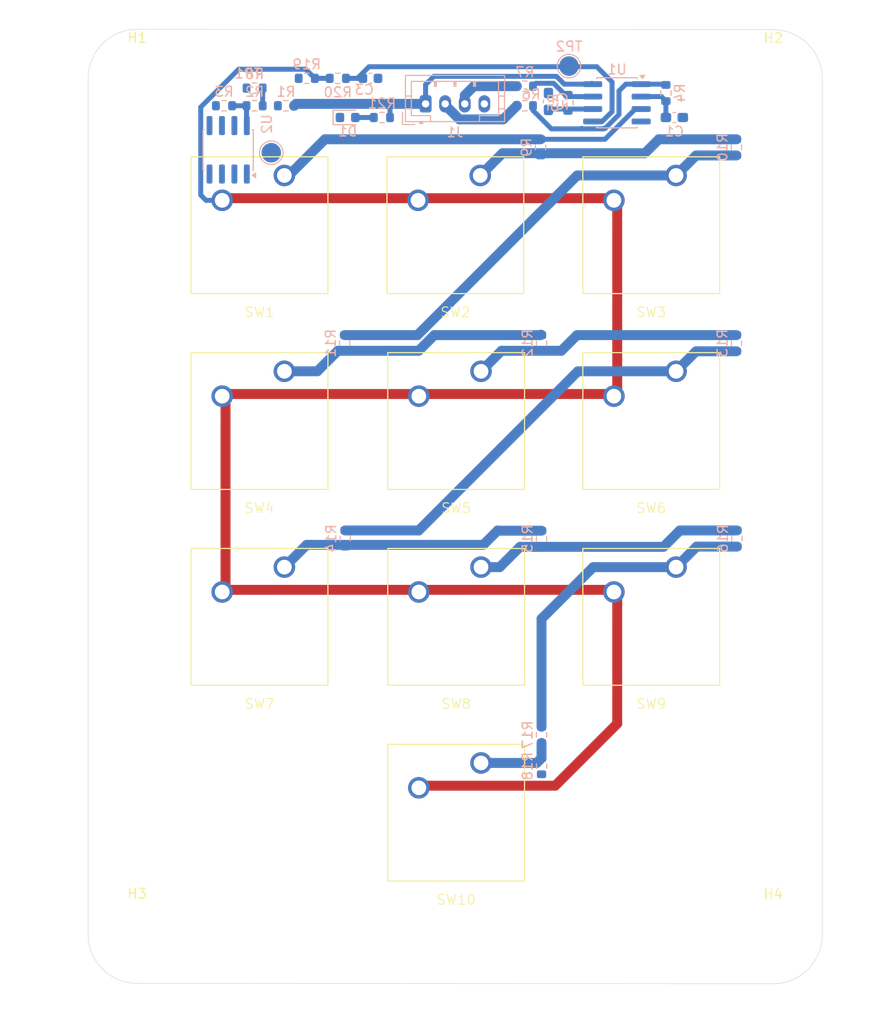
<source format=kicad_pcb>
(kicad_pcb (version 20241229) (generator "pcbnew") (generator_version "9.0")
  (layers (0 "F.Cu" signal) (2 "B.Cu" signal) (13 "F.Paste" user) (15 "B.Paste" user) (5 "F.SilkS" user "F.Silkscreen") (7 "B.SilkS" user "B.Silkscreen") (1 "F.Mask" user) (3 "B.Mask" user) (25 "Edge.Cuts" user))
  (net 0 "")
  (net 1 "GND")
  (net 2 "Net-(U1A-A-)")
  (net 3 "Net-(U1B-B-)")
  (net 4 "/NumpadOut")
  (net 5 "Net-(D1-A)")
  (net 6 "/NUMPAD_VREF")
  (net 7 "/NUMPAD_A_OUT")
  (net 8 "+5V")
  (net 9 "/3Vref")
  (net 10 "Net-(U2-REF)")
  (net 11 "Net-(U1A-OUT_A)")
  (net 12 "Net-(U1B-OUT_B)")
  (net 13 "Net-(R10-Pad1)")
  (net 14 "Net-(R10-Pad2)")
  (net 15 "Net-(R11-Pad2)")
  (net 16 "Net-(R12-Pad2)")
  (net 17 "Net-(R13-Pad2)")
  (net 18 "Net-(R14-Pad2)")
  (net 19 "Net-(R15-Pad2)")
  (net 20 "Net-(R16-Pad2)")
  (net 21 "Net-(R17-Pad2)")
  (net 22 "Net-(R19-Pad1)")
  (footprint "ComponentLib:SW_Cherry_MX_1.00u_PCB" (layer "F.Cu") (at 143.08 95)
    (property "Reference" "SW5" (at 0 8.89 0) (layer "F.SilkS") (effects (font (thickness 0.1))))
    (property "Value" "Cherry Switch Single")
    (fp_line (start -6.985 -6.985) (end 6.985 -6.985) (stroke (width 0.12)) (layer "F.SilkS"))
    (fp_line (start -6.985 6.985) (end -6.985 -6.985) (stroke (width 0.12)) (layer "F.SilkS"))
    (fp_line (start 6.985 -6.985) (end 6.985 6.985) (stroke (width 0.12)) (layer "F.SilkS"))
    (fp_line (start 6.985 6.985) (end -6.985 6.985) (stroke (width 0.12)) (layer "F.SilkS"))
    (pad "" np_thru_hole circle (at -5.08 0) (size 1.7 1.7) (drill 1.7) (layers "*.Cu" "*.Mask"))
    (pad "" np_thru_hole circle (at 0 0) (size 4 4) (drill 4) (layers "*.Cu" "*.Mask"))
    (pad "" np_thru_hole circle (at 5.08 0) (size 1.7 1.7) (drill 1.7) (layers "*.Cu" "*.Mask"))
    (pad "1" thru_hole circle (at 2.54 -5.08) (size 2.2 2.2) (drill 1.5) (layers "*.Cu" "*.Mask") (net 16 "Net-(R12-Pad2)"))
    (pad "2" thru_hole circle (at -3.81 -2.54) (size 2.2 2.2) (drill 1.5) (layers "*.Cu" "*.Mask") (net 22 "Net-(R19-Pad1)"))
  )
  (footprint "ComponentLib:SW_Cherry_MX_1.00u_PCB" (layer "F.Cu") (at 123 115)
    (property "Reference" "SW7" (at 0 8.89 0) (layer "F.SilkS") (effects (font (thickness 0.1))))
    (property "Value" "Cherry Switch Single")
    (fp_line (start -6.985 -6.985) (end 6.985 -6.985) (stroke (width 0.12)) (layer "F.SilkS"))
    (fp_line (start -6.985 6.985) (end -6.985 -6.985) (stroke (width 0.12)) (layer "F.SilkS"))
    (fp_line (start 6.985 -6.985) (end 6.985 6.985) (stroke (width 0.12)) (layer "F.SilkS"))
    (fp_line (start 6.985 6.985) (end -6.985 6.985) (stroke (width 0.12)) (layer "F.SilkS"))
    (pad "" np_thru_hole circle (at -5.08 0) (size 1.7 1.7) (drill 1.7) (layers "*.Cu" "*.Mask"))
    (pad "" np_thru_hole circle (at 0 0) (size 4 4) (drill 4) (layers "*.Cu" "*.Mask"))
    (pad "" np_thru_hole circle (at 5.08 0) (size 1.7 1.7) (drill 1.7) (layers "*.Cu" "*.Mask"))
    (pad "1" thru_hole circle (at 2.54 -5.08) (size 2.2 2.2) (drill 1.5) (layers "*.Cu" "*.Mask") (net 18 "Net-(R14-Pad2)"))
    (pad "2" thru_hole circle (at -3.81 -2.54) (size 2.2 2.2) (drill 1.5) (layers "*.Cu" "*.Mask") (net 22 "Net-(R19-Pad1)"))
  )
  (footprint "ComponentLib:SW_Cherry_MX_1.00u_PCB" (layer "F.Cu") (at 163 75)
    (property "Reference" "SW3" (at 0 8.89 0) (layer "F.SilkS") (effects (font (thickness 0.1))))
    (property "Value" "Cherry Switch Single")
    (fp_line (start -6.985 -6.985) (end 6.985 -6.985) (stroke (width 0.12)) (layer "F.SilkS"))
    (fp_line (start -6.985 6.985) (end -6.985 -6.985) (stroke (width 0.12)) (layer "F.SilkS"))
    (fp_line (start 6.985 -6.985) (end 6.985 6.985) (stroke (width 0.12)) (layer "F.SilkS"))
    (fp_line (start 6.985 6.985) (end -6.985 6.985) (stroke (width 0.12)) (layer "F.SilkS"))
    (pad "" np_thru_hole circle (at -5.08 0) (size 1.7 1.7) (drill 1.7) (layers "*.Cu" "*.Mask"))
    (pad "" np_thru_hole circle (at 0 0) (size 4 4) (drill 4) (layers "*.Cu" "*.Mask"))
    (pad "" np_thru_hole circle (at 5.08 0) (size 1.7 1.7) (drill 1.7) (layers "*.Cu" "*.Mask"))
    (pad "1" thru_hole circle (at 2.54 -5.08) (size 2.2 2.2) (drill 1.5) (layers "*.Cu" "*.Mask") (net 14 "Net-(R10-Pad2)"))
    (pad "2" thru_hole circle (at -3.81 -2.54) (size 2.2 2.2) (drill 1.5) (layers "*.Cu" "*.Mask") (net 22 "Net-(R19-Pad1)"))
  )
  (footprint "ComponentLib:SW_Cherry_MX_1.00u_PCB" (layer "F.Cu") (at 163 95)
    (property "Reference" "SW6" (at 0 8.89 0) (layer "F.SilkS") (effects (font (thickness 0.1))))
    (property "Value" "Cherry Switch Single")
    (fp_line (start -6.985 -6.985) (end 6.985 -6.985) (stroke (width 0.12)) (layer "F.SilkS"))
    (fp_line (start -6.985 6.985) (end -6.985 -6.985) (stroke (width 0.12)) (layer "F.SilkS"))
    (fp_line (start 6.985 -6.985) (end 6.985 6.985) (stroke (width 0.12)) (layer "F.SilkS"))
    (fp_line (start 6.985 6.985) (end -6.985 6.985) (stroke (width 0.12)) (layer "F.SilkS"))
    (pad "" np_thru_hole circle (at -5.08 0) (size 1.7 1.7) (drill 1.7) (layers "*.Cu" "*.Mask"))
    (pad "" np_thru_hole circle (at 0 0) (size 4 4) (drill 4) (layers "*.Cu" "*.Mask"))
    (pad "" np_thru_hole circle (at 5.08 0) (size 1.7 1.7) (drill 1.7) (layers "*.Cu" "*.Mask"))
    (pad "1" thru_hole circle (at 2.54 -5.08) (size 2.2 2.2) (drill 1.5) (layers "*.Cu" "*.Mask") (net 17 "Net-(R13-Pad2)"))
    (pad "2" thru_hole circle (at -3.81 -2.54) (size 2.2 2.2) (drill 1.5) (layers "*.Cu" "*.Mask") (net 22 "Net-(R19-Pad1)"))
  )
  (footprint "ComponentLib:SW_Cherry_MX_1.00u_PCB" (layer "F.Cu") (at 143.08 115)
    (property "Reference" "SW8" (at 0 8.89 0) (layer "F.SilkS") (effects (font (thickness 0.1))))
    (property "Value" "Cherry Switch Single")
    (fp_line (start -6.985 -6.985) (end 6.985 -6.985) (stroke (width 0.12)) (layer "F.SilkS"))
    (fp_line (start -6.985 6.985) (end -6.985 -6.985) (stroke (width 0.12)) (layer "F.SilkS"))
    (fp_line (start 6.985 -6.985) (end 6.985 6.985) (stroke (width 0.12)) (layer "F.SilkS"))
    (fp_line (start 6.985 6.985) (end -6.985 6.985) (stroke (width 0.12)) (layer "F.SilkS"))
    (pad "" np_thru_hole circle (at -5.08 0) (size 1.7 1.7) (drill 1.7) (layers "*.Cu" "*.Mask"))
    (pad "" np_thru_hole circle (at 0 0) (size 4 4) (drill 4) (layers "*.Cu" "*.Mask"))
    (pad "" np_thru_hole circle (at 5.08 0) (size 1.7 1.7) (drill 1.7) (layers "*.Cu" "*.Mask"))
    (pad "1" thru_hole circle (at 2.54 -5.08) (size 2.2 2.2) (drill 1.5) (layers "*.Cu" "*.Mask") (net 19 "Net-(R15-Pad2)"))
    (pad "2" thru_hole circle (at -3.81 -2.54) (size 2.2 2.2) (drill 1.5) (layers "*.Cu" "*.Mask") (net 22 "Net-(R19-Pad1)"))
  )
  (footprint "MountingHole:MountingHole_3.2mm_M3" (layer "F.Cu") (at 110.5 60)
    (property "Reference" "H1" (at 0 -4.15 0) (layer "F.SilkS"))
    (property "Value" "MountingHole")
    (pad "" np_thru_hole circle (at 0 0) (size 3.2 3.2) (drill 3.2) (layers "*.Cu" "*.Mask"))
  )
  (footprint "ComponentLib:SW_Cherry_MX_1.00u_PCB" (layer "F.Cu") (at 143 75)
    (property "Reference" "SW2" (at 0 8.89 0) (layer "F.SilkS") (effects (font (thickness 0.1))))
    (property "Value" "Cherry Switch Single")
    (fp_line (start -6.985 -6.985) (end 6.985 -6.985) (stroke (width 0.12)) (layer "F.SilkS"))
    (fp_line (start -6.985 6.985) (end -6.985 -6.985) (stroke (width 0.12)) (layer "F.SilkS"))
    (fp_line (start 6.985 -6.985) (end 6.985 6.985) (stroke (width 0.12)) (layer "F.SilkS"))
    (fp_line (start 6.985 6.985) (end -6.985 6.985) (stroke (width 0.12)) (layer "F.SilkS"))
    (pad "" np_thru_hole circle (at -5.08 0) (size 1.7 1.7) (drill 1.7) (layers "*.Cu" "*.Mask"))
    (pad "" np_thru_hole circle (at 0 0) (size 4 4) (drill 4) (layers "*.Cu" "*.Mask"))
    (pad "" np_thru_hole circle (at 5.08 0) (size 1.7 1.7) (drill 1.7) (layers "*.Cu" "*.Mask"))
    (pad "1" thru_hole circle (at 2.54 -5.08) (size 2.2 2.2) (drill 1.5) (layers "*.Cu" "*.Mask") (net 13 "Net-(R10-Pad1)"))
    (pad "2" thru_hole circle (at -3.81 -2.54) (size 2.2 2.2) (drill 1.5) (layers "*.Cu" "*.Mask") (net 22 "Net-(R19-Pad1)"))
  )
  (footprint "ComponentLib:SW_Cherry_MX_1.00u_PCB" (layer "F.Cu") (at 143.08 135)
    (property "Reference" "SW10" (at 0 8.89 0) (layer "F.SilkS") (effects (font (thickness 0.1))))
    (property "Value" "Cherry Switch Single")
    (fp_line (start -6.985 -6.985) (end 6.985 -6.985) (stroke (width 0.12)) (layer "F.SilkS"))
    (fp_line (start -6.985 6.985) (end -6.985 -6.985) (stroke (width 0.12)) (layer "F.SilkS"))
    (fp_line (start 6.985 -6.985) (end 6.985 6.985) (stroke (width 0.12)) (layer "F.SilkS"))
    (fp_line (start 6.985 6.985) (end -6.985 6.985) (stroke (width 0.12)) (layer "F.SilkS"))
    (pad "" np_thru_hole circle (at -5.08 0) (size 1.7 1.7) (drill 1.7) (layers "*.Cu" "*.Mask"))
    (pad "" np_thru_hole circle (at 0 0) (size 4 4) (drill 4) (layers "*.Cu" "*.Mask"))
    (pad "" np_thru_hole circle (at 5.08 0) (size 1.7 1.7) (drill 1.7) (layers "*.Cu" "*.Mask"))
    (pad "1" thru_hole circle (at 2.54 -5.08) (size 2.2 2.2) (drill 1.5) (layers "*.Cu" "*.Mask") (net 21 "Net-(R17-Pad2)"))
    (pad "2" thru_hole circle (at -3.81 -2.54) (size 2.2 2.2) (drill 1.5) (layers "*.Cu" "*.Mask") (net 22 "Net-(R19-Pad1)"))
  )
  (footprint "MountingHole:MountingHole_3.2mm_M3" (layer "F.Cu") (at 175.464466 60.035534)
    (property "Reference" "H2" (at 0 -4.15 0) (layer "F.SilkS"))
    (property "Value" "MountingHole")
    (pad "" np_thru_hole circle (at 0 0) (size 3.2 3.2) (drill 3.2) (layers "*.Cu" "*.Mask"))
  )
  (footprint "ComponentLib:SW_Cherry_MX_1.00u_PCB" (layer "F.Cu") (at 163 115)
    (property "Reference" "SW9" (at 0 8.89 0) (layer "F.SilkS") (effects (font (thickness 0.1))))
    (property "Value" "Cherry Switch Single")
    (fp_line (start -6.985 -6.985) (end 6.985 -6.985) (stroke (width 0.12)) (layer "F.SilkS"))
    (fp_line (start -6.985 6.985) (end -6.985 -6.985) (stroke (width 0.12)) (layer "F.SilkS"))
    (fp_line (start 6.985 -6.985) (end 6.985 6.985) (stroke (width 0.12)) (layer "F.SilkS"))
    (fp_line (start 6.985 6.985) (end -6.985 6.985) (stroke (width 0.12)) (layer "F.SilkS"))
    (pad "" np_thru_hole circle (at -5.08 0) (size 1.7 1.7) (drill 1.7) (layers "*.Cu" "*.Mask"))
    (pad "" np_thru_hole circle (at 0 0) (size 4 4) (drill 4) (layers "*.Cu" "*.Mask"))
    (pad "" np_thru_hole circle (at 5.08 0) (size 1.7 1.7) (drill 1.7) (layers "*.Cu" "*.Mask"))
    (pad "1" thru_hole circle (at 2.54 -5.08) (size 2.2 2.2) (drill 1.5) (layers "*.Cu" "*.Mask") (net 20 "Net-(R16-Pad2)"))
    (pad "2" thru_hole circle (at -3.81 -2.54) (size 2.2 2.2) (drill 1.5) (layers "*.Cu" "*.Mask") (net 22 "Net-(R19-Pad1)"))
  )
  (footprint "MountingHole:MountingHole_3.2mm_M3" (layer "F.Cu") (at 110.5 147.4289)
    (property "Reference" "H3" (at 0 -4.15 0) (layer "F.SilkS"))
    (property "Value" "MountingHole")
    (pad "" np_thru_hole circle (at 0 0) (size 3.2 3.2) (drill 3.2) (layers "*.Cu" "*.Mask"))
  )
  (footprint "ComponentLib:SW_Cherry_MX_1.00u_PCB" (layer "F.Cu") (at 123 95)
    (property "Reference" "SW4" (at 0 8.89 0) (layer "F.SilkS") (effects (font (thickness 0.1))))
    (property "Value" "Cherry Switch Single")
    (fp_line (start -6.985 -6.985) (end 6.985 -6.985) (stroke (width 0.12)) (layer "F.SilkS"))
    (fp_line (start -6.985 6.985) (end -6.985 -6.985) (stroke (width 0.12)) (layer "F.SilkS"))
    (fp_line (start 6.985 -6.985) (end 6.985 6.985) (stroke (width 0.12)) (layer "F.SilkS"))
    (fp_line (start 6.985 6.985) (end -6.985 6.985) (stroke (width 0.12)) (layer "F.SilkS"))
    (pad "" np_thru_hole circle (at -5.08 0) (size 1.7 1.7) (drill 1.7) (layers "*.Cu" "*.Mask"))
    (pad "" np_thru_hole circle (at 0 0) (size 4 4) (drill 4) (layers "*.Cu" "*.Mask"))
    (pad "" np_thru_hole circle (at 5.08 0) (size 1.7 1.7) (drill 1.7) (layers "*.Cu" "*.Mask"))
    (pad "1" thru_hole circle (at 2.54 -5.08) (size 2.2 2.2) (drill 1.5) (layers "*.Cu" "*.Mask") (net 15 "Net-(R11-Pad2)"))
    (pad "2" thru_hole circle (at -3.81 -2.54) (size 2.2 2.2) (drill 1.5) (layers "*.Cu" "*.Mask") (net 22 "Net-(R19-Pad1)"))
  )
  (footprint "ComponentLib:SW_Cherry_MX_1.00u_PCB" (layer "F.Cu") (at 123 75)
    (property "Reference" "SW1" (at 0 8.89 0) (layer "F.SilkS") (effects (font (thickness 0.1))))
    (property "Value" "Cherry Switch Single")
    (fp_line (start -6.985 -6.985) (end 6.985 -6.985) (stroke (width 0.12)) (layer "F.SilkS"))
    (fp_line (start -6.985 6.985) (end -6.985 -6.985) (stroke (width 0.12)) (layer "F.SilkS"))
    (fp_line (start 6.985 -6.985) (end 6.985 6.985) (stroke (width 0.12)) (layer "F.SilkS"))
    (fp_line (start 6.985 6.985) (end -6.985 6.985) (stroke (width 0.12)) (layer "F.SilkS"))
    (pad "" np_thru_hole circle (at -5.08 0) (size 1.7 1.7) (drill 1.7) (layers "*.Cu" "*.Mask"))
    (pad "" np_thru_hole circle (at 0 0) (size 4 4) (drill 4) (layers "*.Cu" "*.Mask"))
    (pad "" np_thru_hole circle (at 5.08 0) (size 1.7 1.7) (drill 1.7) (layers "*.Cu" "*.Mask"))
    (pad "1" thru_hole circle (at 2.54 -5.08) (size 2.2 2.2) (drill 1.5) (layers "*.Cu" "*.Mask") (net 9 "/3Vref"))
    (pad "2" thru_hole circle (at -3.81 -2.54) (size 2.2 2.2) (drill 1.5) (layers "*.Cu" "*.Mask") (net 22 "Net-(R19-Pad1)"))
  )
  (footprint "MountingHole:MountingHole_3.2mm_M3" (layer "F.Cu") (at 175.464466 147.464466)
    (property "Reference" "H4" (at 0 -4.15 0) (layer "F.SilkS"))
    (property "Value" "MountingHole")
    (pad "" np_thru_hole circle (at 0 0) (size 3.2 3.2) (drill 3.2) (layers "*.Cu" "*.Mask"))
  )
  (footprint "TestPoint:TestPoint_Pad_D2.0mm" (layer "B.Cu") (at 124.2 67.6 180)
    (property "Reference" "TP1" (at 2.4 8.098 0) (layer "B.SilkS") (effects (justify mirror)))
    (property "Value" "TestPoint")
    (fp_circle (center 0 0) (end 0 -1.2) (stroke (width 0.12)) (fill no) (layer "B.SilkS"))
    (pad "1" smd circle (at 0 0 180) (size 2 2) (layers "B.Cu" "B.Mask") (net 9 "/3Vref"))
  )
  (footprint "Resistor_SMD:R_0603_1608Metric" (layer "B.Cu") (at 151.8 87.05 -90)
    (property "Reference" "R12" (at 0 1.43 90) (layer "B.SilkS") (effects (justify mirror)))
    (property "Value" "1k")
    (fp_line (start -0.237258 0.5225) (end 0.237258 0.5225) (stroke (width 0.12)) (layer "B.SilkS"))
    (fp_line (start -0.237258 -0.5225) (end 0.237258 -0.5225) (stroke (width 0.12)) (layer "B.SilkS"))
    (pad "1" smd roundrect (at -0.825 0 270) (size 0.8 0.95) (layers "B.Cu" "B.Mask" "B.Paste") (net 15 "Net-(R11-Pad2)"))
    (pad "2" smd roundrect (at 0.825 0 270) (size 0.8 0.95) (layers "B.Cu" "B.Mask" "B.Paste") (net 16 "Net-(R12-Pad2)"))
  )
  (footprint "Resistor_SMD:R_0603_1608Metric" (layer "B.Cu") (at 171.7 87.05 -90)
    (property "Reference" "R13" (at 0 1.43 90) (layer "B.SilkS") (effects (justify mirror)))
    (property "Value" "1k")
    (fp_line (start -0.237258 0.5225) (end 0.237258 0.5225) (stroke (width 0.12)) (layer "B.SilkS"))
    (fp_line (start -0.237258 -0.5225) (end 0.237258 -0.5225) (stroke (width 0.12)) (layer "B.SilkS"))
    (pad "1" smd roundrect (at -0.825 0 270) (size 0.8 0.95) (layers "B.Cu" "B.Mask" "B.Paste") (net 16 "Net-(R12-Pad2)"))
    (pad "2" smd roundrect (at 0.825 0 270) (size 0.8 0.95) (layers "B.Cu" "B.Mask" "B.Paste") (net 17 "Net-(R13-Pad2)"))
  )
  (footprint "Resistor_SMD:R_0603_1608Metric" (layer "B.Cu") (at 151.8 107.025 -90)
    (property "Reference" "R15" (at 0 1.43 90) (layer "B.SilkS") (effects (justify mirror)))
    (property "Value" "1k")
    (fp_line (start -0.237258 0.5225) (end 0.237258 0.5225) (stroke (width 0.12)) (layer "B.SilkS"))
    (fp_line (start -0.237258 -0.5225) (end 0.237258 -0.5225) (stroke (width 0.12)) (layer "B.SilkS"))
    (pad "1" smd roundrect (at -0.825 0 270) (size 0.8 0.95) (layers "B.Cu" "B.Mask" "B.Paste") (net 18 "Net-(R14-Pad2)"))
    (pad "2" smd roundrect (at 0.825 0 270) (size 0.8 0.95) (layers "B.Cu" "B.Mask" "B.Paste") (net 19 "Net-(R15-Pad2)"))
  )
  (footprint "Resistor_SMD:R_0603_1608Metric" (layer "B.Cu") (at 122.5 61 180)
    (property "Reference" "R8" (at 0 1.43 0) (layer "B.SilkS") (effects (justify mirror)))
    (property "Value" "7k5")
    (fp_line (start -0.237258 0.5225) (end 0.237258 0.5225) (stroke (width 0.12)) (layer "B.SilkS"))
    (fp_line (start -0.237258 -0.5225) (end 0.237258 -0.5225) (stroke (width 0.12)) (layer "B.SilkS"))
    (pad "1" smd roundrect (at -0.825 0 180) (size 0.8 0.95) (layers "B.Cu" "B.Mask" "B.Paste") (net 9 "/3Vref"))
    (pad "2" smd roundrect (at 0.825 0 180) (size 0.8 0.95) (layers "B.Cu" "B.Mask" "B.Paste") (net 1 "GND"))
  )
  (footprint "Connector_JST:JST_PH_B4B-PH-K_1x04_P2.00mm_Vertical" (layer "B.Cu") (at 139.959936 62.609936)
    (property "Reference" "J1" (at 3 2.9 0) (layer "B.SilkS") (effects (justify mirror)))
    (property "Value" "Conn_01x04_Pin")
    (fp_line (start -2.36 2.11) (end -2.36 0.86) (stroke (width 0.12)) (layer "B.SilkS"))
    (fp_line (start -2.06 -2.91) (end 8.06 -2.91) (stroke (width 0.12)) (layer "B.SilkS"))
    (fp_line (start -2.06 -0.8) (end -1.45 -0.8) (stroke (width 0.12)) (layer "B.SilkS"))
    (fp_line (start -2.06 0.5) (end -1.45 0.5) (stroke (width 0.12)) (layer "B.SilkS"))
    (fp_line (start -2.06 1.81) (end -2.06 -2.91) (stroke (width 0.12)) (layer "B.SilkS"))
    (fp_line (start -1.45 -2.3) (end 7.45 -2.3) (stroke (width 0.12)) (layer "B.SilkS"))
    (fp_line (start -1.45 1.2) (end -1.45 -2.3) (stroke (width 0.12)) (layer "B.SilkS"))
    (fp_line (start -1.11 2.11) (end -2.36 2.11) (stroke (width 0.12)) (layer "B.SilkS"))
    (fp_line (start -0.6 2.01) (end -0.6 1.81) (stroke (width 0.12)) (layer "B.SilkS"))
    (fp_line (start -0.3 1.81) (end -0.3 2.01) (stroke (width 0.12)) (layer "B.SilkS"))
    (fp_line (start -0.3 1.91) (end -0.6 1.91) (stroke (width 0.12)) (layer "B.SilkS"))
    (fp_line (start -0.3 2.01) (end -0.6 2.01) (stroke (width 0.12)) (layer "B.SilkS"))
    (fp_line (start 0.5 1.2) (end -1.45 1.2) (stroke (width 0.12)) (layer "B.SilkS"))
    (fp_line (start 0.5 1.81) (end 0.5 1.2) (stroke (width 0.12)) (layer "B.SilkS"))
    (fp_line (start 0.9 -2.3) (end 0.9 -1.8) (stroke (width 0.12)) (layer "B.SilkS"))
    (fp_line (start 0.9 -1.8) (end 1.1 -1.8) (stroke (width 0.12)) (layer "B.SilkS"))
    (fp_line (start 1 -2.3) (end 1 -1.8) (stroke (width 0.12)) (layer "B.SilkS"))
    (fp_line (start 1.1 -1.8) (end 1.1 -2.3) (stroke (width 0.12)) (layer "B.SilkS"))
    (fp_line (start 2.9 -2.3) (end 2.9 -1.8) (stroke (width 0.12)) (layer "B.SilkS"))
    (fp_line (start 2.9 -1.8) (end 3.1 -1.8) (stroke (width 0.12)) (layer "B.SilkS"))
    (fp_line (start 3 -2.3) (end 3 -1.8) (stroke (width 0.12)) (layer "B.SilkS"))
    (fp_line (start 3.1 -1.8) (end 3.1 -2.3) (stroke (width 0.12)) (layer "B.SilkS"))
    (fp_line (start 4.9 -2.3) (end 4.9 -1.8) (stroke (width 0.12)) (layer "B.SilkS"))
    (fp_line (start 4.9 -1.8) (end 5.1 -1.8) (stroke (width 0.12)) (layer "B.SilkS"))
    (fp_line (start 5 -2.3) (end 5 -1.8) (stroke (width 0.12)) (layer "B.SilkS"))
    (fp_line (start 5.1 -1.8) (end 5.1 -2.3) (stroke (width 0.12)) (layer "B.SilkS"))
    (fp_line (start 5.5 1.2) (end 5.5 1.81) (stroke (width 0.12)) (layer "B.SilkS"))
    (fp_line (start 7.45 -2.3) (end 7.45 1.2) (stroke (width 0.12)) (layer "B.SilkS"))
    (fp_line (start 7.45 1.2) (end 5.5 1.2) (stroke (width 0.12)) (layer "B.SilkS"))
    (fp_line (start 8.06 -2.91) (end 8.06 1.81) (stroke (width 0.12)) (layer "B.SilkS"))
    (fp_line (start 8.06 -0.8) (end 7.45 -0.8) (stroke (width 0.12)) (layer "B.SilkS"))
    (fp_line (start 8.06 0.5) (end 7.45 0.5) (stroke (width 0.12)) (layer "B.SilkS"))
    (fp_line (start 8.06 1.81) (end -2.06 1.81) (stroke (width 0.12)) (layer "B.SilkS"))
    (pad "1" thru_hole roundrect (at 0 0) (size 1.2 1.75) (drill 0.75) (layers "*.Cu" "*.Mask") (roundrect_rratio 0.208333) (net 8 "+5V"))
    (pad "2" thru_hole oval (at 2 0) (size 1.2 1.75) (drill 0.75) (layers "*.Cu" "*.Mask") (net 6 "/NUMPAD_VREF"))
    (pad "3" thru_hole oval (at 4 0) (size 1.2 1.75) (drill 0.75) (layers "*.Cu" "*.Mask") (net 7 "/NUMPAD_A_OUT"))
    (pad "4" thru_hole oval (at 6 0) (size 1.2 1.75) (drill 0.75) (layers "*.Cu" "*.Mask") (net 1 "GND"))
  )
  (footprint "TestPoint:TestPoint_Pad_D2.0mm" (layer "B.Cu") (at 154.6 58.75 180)
    (property "Reference" "TP2" (at 0 1.998 0) (layer "B.SilkS") (effects (justify mirror)))
    (property "Value" "TestPoint")
    (fp_circle (center 0 0) (end 0 -1.2) (stroke (width 0.12)) (fill no) (layer "B.SilkS"))
    (pad "1" smd circle (at 0 0 180) (size 2 2) (layers "B.Cu" "B.Mask") (net 4 "/NumpadOut"))
  )
  (footprint "Capacitor_SMD:C_0603_1608Metric_Pad1.08x0.95mm_HandSolder" (layer "B.Cu") (at 152.5 62.3625 90)
    (property "Reference" "C2" (at 0 1.43 90) (layer "B.SilkS") (effects (justify mirror)))
    (property "Value" "C")
    (fp_line (start -0.146267 -0.51) (end 0.146267 -0.51) (stroke (width 0.12)) (layer "B.SilkS"))
    (fp_line (start -0.146267 0.51) (end 0.146267 0.51) (stroke (width 0.12)) (layer "B.SilkS"))
    (pad "1" smd roundrect (at -0.8625 0 90) (size 1.075 0.95) (layers "B.Cu" "B.Mask" "B.Paste") (net 3 "Net-(U1B-B-)"))
    (pad "2" smd roundrect (at 0.8625 0 90) (size 1.075 0.95) (layers "B.Cu" "B.Mask" "B.Paste") (net 1 "GND"))
  )
  (footprint "Resistor_SMD:R_0603_1608Metric" (layer "B.Cu") (at 154.5 62.5 90)
    (property "Reference" "R5" (at 0 -1.5 90) (layer "B.SilkS") (effects (justify mirror)))
    (property "Value" "0R")
    (fp_line (start -0.237258 -0.5225) (end 0.237258 -0.5225) (stroke (width 0.12)) (layer "B.SilkS"))
    (fp_line (start -0.237258 0.5225) (end 0.237258 0.5225) (stroke (width 0.12)) (layer "B.SilkS"))
    (pad "1" smd roundrect (at -0.825 0 90) (size 0.8 0.95) (layers "B.Cu" "B.Mask" "B.Paste") (net 3 "Net-(U1B-B-)"))
    (pad "2" smd roundrect (at 0.825 0 90) (size 0.8 0.95) (layers "B.Cu" "B.Mask" "B.Paste") (net 12 "Net-(U1B-OUT_B)"))
  )
  (footprint "Resistor_SMD:R_0603_1608Metric" (layer "B.Cu") (at 171.7 67.05 -90)
    (property "Reference" "R10" (at 0 1.43 90) (layer "B.SilkS") (effects (justify mirror)))
    (property "Value" "1k")
    (fp_line (start -0.237258 0.5225) (end 0.237258 0.5225) (stroke (width 0.12)) (layer "B.SilkS"))
    (fp_line (start -0.237258 -0.5225) (end 0.237258 -0.5225) (stroke (width 0.12)) (layer "B.SilkS"))
    (pad "1" smd roundrect (at -0.825 0 270) (size 0.8 0.95) (layers "B.Cu" "B.Mask" "B.Paste") (net 13 "Net-(R10-Pad1)"))
    (pad "2" smd roundrect (at 0.825 0 270) (size 0.8 0.95) (layers "B.Cu" "B.Mask" "B.Paste") (net 14 "Net-(R10-Pad2)"))
  )
  (footprint "Resistor_SMD:R_0603_1608Metric" (layer "B.Cu") (at 151.7 67.05 -90)
    (property "Reference" "R9" (at 0 1.43 90) (layer "B.SilkS") (effects (justify mirror)))
    (property "Value" "1k")
    (fp_line (start -0.237258 0.5225) (end 0.237258 0.5225) (stroke (width 0.12)) (layer "B.SilkS"))
    (fp_line (start -0.237258 -0.5225) (end 0.237258 -0.5225) (stroke (width 0.12)) (layer "B.SilkS"))
    (pad "1" smd roundrect (at -0.825 0 270) (size 0.8 0.95) (layers "B.Cu" "B.Mask" "B.Paste") (net 9 "/3Vref"))
    (pad "2" smd roundrect (at 0.825 0 270) (size 0.8 0.95) (layers "B.Cu" "B.Mask" "B.Paste") (net 13 "Net-(R10-Pad1)"))
  )
  (footprint "Diode_SMD:D_0603_1608Metric" (layer "B.Cu") (at 132 64)
    (property "Reference" "D1" (at 0 1.43 0) (layer "B.SilkS") (effects (justify mirror)))
    (property "Value" "LED")
    (fp_line (start -1.485 -0.735) (end 0.8 -0.735) (stroke (width 0.12)) (layer "B.SilkS"))
    (fp_line (start -1.485 0.735) (end -1.485 -0.735) (stroke (width 0.12)) (layer "B.SilkS"))
    (fp_line (start 0.8 0.735) (end -1.485 0.735) (stroke (width 0.12)) (layer "B.SilkS"))
    (pad "1" smd roundrect (at -0.7875 0) (size 0.875 0.95) (layers "B.Cu" "B.Mask" "B.Paste") (net 1 "GND"))
    (pad "2" smd roundrect (at 0.7875 0) (size 0.875 0.95) (layers "B.Cu" "B.Mask" "B.Paste") (net 5 "Net-(D1-A)"))
  )
  (footprint "Resistor_SMD:R_0603_1608Metric" (layer "B.Cu") (at 150.1 60.8 180)
    (property "Reference" "R7" (at 0 1.43 0) (layer "B.SilkS") (effects (justify mirror)))
    (property "Value" "100R")
    (fp_line (start -0.237258 0.5225) (end 0.237258 0.5225) (stroke (width 0.12)) (layer "B.SilkS"))
    (fp_line (start -0.237258 -0.5225) (end 0.237258 -0.5225) (stroke (width 0.12)) (layer "B.SilkS"))
    (pad "1" smd roundrect (at -0.825 0 180) (size 0.8 0.95) (layers "B.Cu" "B.Mask" "B.Paste") (net 12 "Net-(U1B-OUT_B)"))
    (pad "2" smd roundrect (at 0.825 0 180) (size 0.8 0.95) (layers "B.Cu" "B.Mask" "B.Paste") (net 7 "/NUMPAD_A_OUT"))
  )
  (footprint "Package_SO:SOIC-8_3.9x4.9mm_P1.27mm" (layer "B.Cu") (at 119.8 67.3 90)
    (property "Reference" "U2" (at 2.632178 3.95 90) (layer "B.SilkS") (effects (justify mirror)))
    (property "Value" "TL431D")
    (fp_line (start 2.06 -2.56) (end -2.06 -2.56) (stroke (width 0.12)) (layer "B.SilkS"))
    (fp_line (start -2.06 -2.56) (end -2.06 -2.465) (stroke (width 0.12)) (layer "B.SilkS"))
    (fp_line (start 2.06 -2.465) (end 2.06 -2.56) (stroke (width 0.12)) (layer "B.SilkS"))
    (fp_line (start -2.06 2.465) (end -2.06 2.56) (stroke (width 0.12)) (layer "B.SilkS"))
    (fp_line (start 2.06 2.56) (end 2.06 2.465) (stroke (width 0.12)) (layer "B.SilkS"))
    (fp_line (start -2.06 2.56) (end 2.06 2.56) (stroke (width 0.12)) (layer "B.SilkS"))
    (fp_poly (pts (xy -2.6 2.47) (xy -2.84 2.8) (xy -2.36 2.8)) (stroke (width 0.12)) (fill yes) (layer "B.SilkS"))
    (pad "1" smd roundrect (at -2.475 1.905 90) (size 1.95 0.6) (layers "B.Cu" "B.Mask" "B.Paste") (net 9 "/3Vref"))
    (pad "2" smd roundrect (at -2.475 0.635 90) (size 1.95 0.6) (layers "B.Cu" "B.Mask" "B.Paste") (net 1 "GND"))
    (pad "3" smd roundrect (at -2.475 -0.635 90) (size 1.95 0.6) (layers "B.Cu" "B.Mask" "B.Paste") (net 1 "GND"))
    (pad "4" smd roundrect (at -2.475 -1.905 90) (size 1.95 0.6) (layers "B.Cu" "B.Mask" "B.Paste"))
    (pad "5" smd roundrect (at 2.475 -1.905 90) (size 1.95 0.6) (layers "B.Cu" "B.Mask" "B.Paste"))
    (pad "6" smd roundrect (at 2.475 -0.635 90) (size 1.95 0.6) (layers "B.Cu" "B.Mask" "B.Paste") (net 1 "GND"))
    (pad "7" smd roundrect (at 2.475 0.635 90) (size 1.95 0.6) (layers "B.Cu" "B.Mask" "B.Paste") (net 1 "GND"))
    (pad "8" smd roundrect (at 2.475 1.905 90) (size 1.95 0.6) (layers "B.Cu" "B.Mask" "B.Paste") (net 10 "Net-(U2-REF)"))
  )
  (footprint "Resistor_SMD:R_0603_1608Metric" (layer "B.Cu") (at 119.375 62.8 180)
    (property "Reference" "R3" (at 0 1.43 0) (layer "B.SilkS") (effects (justify mirror)))
    (property "Value" "51k")
    (fp_line (start -0.237258 0.5225) (end 0.237258 0.5225) (stroke (width 0.12)) (layer "B.SilkS"))
    (fp_line (start -0.237258 -0.5225) (end 0.237258 -0.5225) (stroke (width 0.12)) (layer "B.SilkS"))
    (pad "1" smd roundrect (at -0.825 0 180) (size 0.8 0.95) (layers "B.Cu" "B.Mask" "B.Paste") (net 10 "Net-(U2-REF)"))
    (pad "2" smd roundrect (at 0.825 0 180) (size 0.8 0.95) (layers "B.Cu" "B.Mask" "B.Paste") (net 1 "GND"))
  )
  (footprint "Resistor_SMD:R_0603_1608Metric" (layer "B.Cu") (at 122.5 62.8 180)
    (property "Reference" "R2" (at 0 1.43 0) (layer "B.SilkS") (effects (justify mirror)))
    (property "Value" "10k")
    (fp_line (start -0.237258 0.5225) (end 0.237258 0.5225) (stroke (width 0.12)) (layer "B.SilkS"))
    (fp_line (start -0.237258 -0.5225) (end 0.237258 -0.5225) (stroke (width 0.12)) (layer "B.SilkS"))
    (pad "1" smd roundrect (at -0.825 0 180) (size 0.8 0.95) (layers "B.Cu" "B.Mask" "B.Paste") (net 9 "/3Vref"))
    (pad "2" smd roundrect (at 0.825 0 180) (size 0.8 0.95) (layers "B.Cu" "B.Mask" "B.Paste") (net 10 "Net-(U2-REF)"))
  )
  (footprint "Capacitor_SMD:C_0603_1608Metric_Pad1.08x0.95mm_HandSolder" (layer "B.Cu") (at 165.3625 64)
    (property "Reference" "C1" (at 0 1.43 0) (layer "B.SilkS") (effects (justify mirror)))
    (property "Value" "C")
    (fp_line (start -0.146267 -0.51) (end 0.146267 -0.51) (stroke (width 0.12)) (layer "B.SilkS"))
    (fp_line (start -0.146267 0.51) (end 0.146267 0.51) (stroke (width 0.12)) (layer "B.SilkS"))
    (pad "1" smd roundrect (at -0.8625 0) (size 1.075 0.95) (layers "B.Cu" "B.Mask" "B.Paste") (net 2 "Net-(U1A-A-)"))
    (pad "2" smd roundrect (at 0.8625 0) (size 1.075 0.95) (layers "B.Cu" "B.Mask" "B.Paste") (net 1 "GND"))
  )
  (footprint "Resistor_SMD:R_0603_1608Metric" (layer "B.Cu") (at 171.75 107 -90)
    (property "Reference" "R16" (at 0 1.43 90) (layer "B.SilkS") (effects (justify mirror)))
    (property "Value" "1k")
    (fp_line (start -0.237258 0.5225) (end 0.237258 0.5225) (stroke (width 0.12)) (layer "B.SilkS"))
    (fp_line (start -0.237258 -0.5225) (end 0.237258 -0.5225) (stroke (width 0.12)) (layer "B.SilkS"))
    (pad "1" smd roundrect (at -0.825 0 270) (size 0.8 0.95) (layers "B.Cu" "B.Mask" "B.Paste") (net 19 "Net-(R15-Pad2)"))
    (pad "2" smd roundrect (at 0.825 0 270) (size 0.8 0.95) (layers "B.Cu" "B.Mask" "B.Paste") (net 20 "Net-(R16-Pad2)"))
  )
  (footprint "Resistor_SMD:R_0603_1608Metric" (layer "B.Cu") (at 127.825 60 180)
    (property "Reference" "R19" (at 0 1.43 0) (layer "B.SilkS") (effects (justify mirror)))
    (property "Value" "100k")
    (fp_line (start -0.237258 0.5225) (end 0.237258 0.5225) (stroke (width 0.12)) (layer "B.SilkS"))
    (fp_line (start -0.237258 -0.5225) (end 0.237258 -0.5225) (stroke (width 0.12)) (layer "B.SilkS"))
    (pad "1" smd roundrect (at -0.825 0 180) (size 0.8 0.95) (layers "B.Cu" "B.Mask" "B.Paste") (net 22 "Net-(R19-Pad1)"))
    (pad "2" smd roundrect (at 0.825 0 180) (size 0.8 0.95) (layers "B.Cu" "B.Mask" "B.Paste") (net 1 "GND"))
  )
  (footprint "Resistor_SMD:R_0603_1608Metric" (layer "B.Cu") (at 131.75 107 -90)
    (property "Reference" "R14" (at 0 1.43 90) (layer "B.SilkS") (effects (justify mirror)))
    (property "Value" "1k")
    (fp_line (start -0.237258 0.5225) (end 0.237258 0.5225) (stroke (width 0.12)) (layer "B.SilkS"))
    (fp_line (start -0.237258 -0.5225) (end 0.237258 -0.5225) (stroke (width 0.12)) (layer "B.SilkS"))
    (pad "1" smd roundrect (at -0.825 0 270) (size 0.8 0.95) (layers "B.Cu" "B.Mask" "B.Paste") (net 17 "Net-(R13-Pad2)"))
    (pad "2" smd roundrect (at 0.825 0 270) (size 0.8 0.95) (layers "B.Cu" "B.Mask" "B.Paste") (net 18 "Net-(R14-Pad2)"))
  )
  (footprint "Resistor_SMD:R_0603_1608Metric" (layer "B.Cu") (at 135.5 64 180)
    (property "Reference" "R21" (at 0 1.43 0) (layer "B.SilkS") (effects (justify mirror)))
    (property "Value" "4k7")
    (fp_line (start -0.237258 0.5225) (end 0.237258 0.5225) (stroke (width 0.12)) (layer "B.SilkS"))
    (fp_line (start -0.237258 -0.5225) (end 0.237258 -0.5225) (stroke (width 0.12)) (layer "B.SilkS"))
    (pad "1" smd roundrect (at -0.825 0 180) (size 0.8 0.95) (layers "B.Cu" "B.Mask" "B.Paste") (net 8 "+5V"))
    (pad "2" smd roundrect (at 0.825 0 180) (size 0.8 0.95) (layers "B.Cu" "B.Mask" "B.Paste") (net 5 "Net-(D1-A)"))
  )
  (footprint "Resistor_SMD:R_0603_1608Metric" (layer "B.Cu") (at 151.8 127.05 -90)
    (property "Reference" "R17" (at 0 1.43 90) (layer "B.SilkS") (effects (justify mirror)))
    (property "Value" "1k")
    (fp_line (start -0.237258 0.5225) (end 0.237258 0.5225) (stroke (width 0.12)) (layer "B.SilkS"))
    (fp_line (start -0.237258 -0.5225) (end 0.237258 -0.5225) (stroke (width 0.12)) (layer "B.SilkS"))
    (pad "1" smd roundrect (at -0.825 0 270) (size 0.8 0.95) (layers "B.Cu" "B.Mask" "B.Paste") (net 20 "Net-(R16-Pad2)"))
    (pad "2" smd roundrect (at 0.825 0 270) (size 0.8 0.95) (layers "B.Cu" "B.Mask" "B.Paste") (net 21 "Net-(R17-Pad2)"))
  )
  (footprint "Resistor_SMD:R_0603_1608Metric" (layer "B.Cu") (at 164.5 61.5 90)
    (property "Reference" "R4" (at 0 1.43 90) (layer "B.SilkS") (effects (justify mirror)))
    (property "Value" "0R")
    (fp_line (start -0.237258 -0.5225) (end 0.237258 -0.5225) (stroke (width 0.12)) (layer "B.SilkS"))
    (fp_line (start -0.237258 0.5225) (end 0.237258 0.5225) (stroke (width 0.12)) (layer "B.SilkS"))
    (pad "1" smd roundrect (at -0.825 0 90) (size 0.8 0.95) (layers "B.Cu" "B.Mask" "B.Paste") (net 2 "Net-(U1A-A-)"))
    (pad "2" smd roundrect (at 0.825 0 90) (size 0.8 0.95) (layers "B.Cu" "B.Mask" "B.Paste") (net 11 "Net-(U1A-OUT_A)"))
  )
  (footprint "Package_SO:SOIC-8_3.9x4.9mm_P1.27mm" (layer "B.Cu") (at 159.5 62.5 180)
    (property "Reference" "U1" (at 0 3.4 0) (layer "B.SilkS") (effects (justify mirror)))
    (property "Value" "LT1632")
    (fp_line (start 2.06 2.56) (end 2.06 2.465) (stroke (width 0.12)) (layer "B.SilkS"))
    (fp_line (start 2.06 -2.465) (end 2.06 -2.56) (stroke (width 0.12)) (layer "B.SilkS"))
    (fp_line (start 2.06 -2.56) (end -2.06 -2.56) (stroke (width 0.12)) (layer "B.SilkS"))
    (fp_line (start -2.06 2.56) (end 2.06 2.56) (stroke (width 0.12)) (layer "B.SilkS"))
    (fp_line (start -2.06 2.465) (end -2.06 2.56) (stroke (width 0.12)) (layer "B.SilkS"))
    (fp_line (start -2.06 -2.56) (end -2.06 -2.465) (stroke (width 0.12)) (layer "B.SilkS"))
    (fp_poly (pts (xy -2.6 2.47) (xy -2.84 2.8) (xy -2.36 2.8)) (stroke (width 0.12)) (fill yes) (layer "B.SilkS"))
    (pad "1" smd roundrect (at -2.475 1.905 180) (size 1.95 0.6) (layers "B.Cu" "B.Mask" "B.Paste") (net 11 "Net-(U1A-OUT_A)"))
    (pad "2" smd roundrect (at -2.475 0.635 180) (size 1.95 0.6) (layers "B.Cu" "B.Mask" "B.Paste") (net 2 "Net-(U1A-A-)"))
    (pad "3" smd roundrect (at -2.475 -0.635 180) (size 1.95 0.6) (layers "B.Cu" "B.Mask" "B.Paste") (net 9 "/3Vref"))
    (pad "4" smd roundrect (at -2.475 -1.905 180) (size 1.95 0.6) (layers "B.Cu" "B.Mask" "B.Paste") (net 1 "GND"))
    (pad "5" smd roundrect (at 2.475 -1.905 180) (size 1.95 0.6) (layers "B.Cu" "B.Mask" "B.Paste") (net 4 "/NumpadOut"))
    (pad "6" smd roundrect (at 2.475 -0.635 180) (size 1.95 0.6) (layers "B.Cu" "B.Mask" "B.Paste") (net 3 "Net-(U1B-B-)"))
    (pad "7" smd roundrect (at 2.475 0.635 180) (size 1.95 0.6) (layers "B.Cu" "B.Mask" "B.Paste") (net 12 "Net-(U1B-OUT_B)"))
    (pad "8" smd roundrect (at 2.475 1.905 180) (size 1.95 0.6) (layers "B.Cu" "B.Mask" "B.Paste") (net 8 "+5V"))
  )
  (footprint "Resistor_SMD:R_0603_1608Metric" (layer "B.Cu") (at 150.1 62.8 180)
    (property "Reference" "R6" (at -0.6325 1.16 0) (layer "B.SilkS") (effects (justify mirror)))
    (property "Value" "100R")
    (fp_line (start -0.237258 0.5225) (end 0.237258 0.5225) (stroke (width 0.12)) (layer "B.SilkS"))
    (fp_line (start -0.237258 -0.5225) (end 0.237258 -0.5225) (stroke (width 0.12)) (layer "B.SilkS"))
    (pad "1" smd roundrect (at -0.825 0 180) (size 0.8 0.95) (layers "B.Cu" "B.Mask" "B.Paste") (net 11 "Net-(U1A-OUT_A)"))
    (pad "2" smd roundrect (at 0.825 0 180) (size 0.8 0.95) (layers "B.Cu" "B.Mask" "B.Paste") (net 6 "/NUMPAD_VREF"))
  )
  (footprint "Capacitor_SMD:C_0603_1608Metric" (layer "B.Cu") (at 134.325 60)
    (property "Reference" "C3" (at -0.6225 1.16 0) (layer "B.SilkS") (effects (justify mirror)))
    (property "Value" "1n")
    (fp_line (start -0.14058 -0.51) (end 0.14058 -0.51) (stroke (width 0.12)) (layer "B.SilkS"))
    (fp_line (start -0.14058 0.51) (end 0.14058 0.51) (stroke (width 0.12)) (layer "B.SilkS"))
    (pad "1" smd roundrect (at -0.775 0) (size 0.9 0.95) (layers "B.Cu" "B.Mask" "B.Paste") (net 4 "/NumpadOut"))
    (pad "2" smd roundrect (at 0.775 0) (size 0.9 0.95) (layers "B.Cu" "B.Mask" "B.Paste") (net 1 "GND"))
  )
  (footprint "Resistor_SMD:R_0603_1608Metric" (layer "B.Cu") (at 125.7 62.8 180)
    (property "Reference" "R1" (at 0 1.43 0) (layer "B.SilkS") (effects (justify mirror)))
    (property "Value" "1k")
    (fp_line (start -0.237258 0.5225) (end 0.237258 0.5225) (stroke (width 0.12)) (layer "B.SilkS"))
    (fp_line (start -0.237258 -0.5225) (end 0.237258 -0.5225) (stroke (width 0.12)) (layer "B.SilkS"))
    (pad "1" smd roundrect (at -0.825 0 180) (size 0.8 0.95) (layers "B.Cu" "B.Mask" "B.Paste") (net 8 "+5V"))
    (pad "2" smd roundrect (at 0.825 0 180) (size 0.8 0.95) (layers "B.Cu" "B.Mask" "B.Paste") (net 9 "/3Vref"))
  )
  (footprint "Resistor_SMD:R_0603_1608Metric" (layer "B.Cu") (at 151.8 130.25 -90)
    (property "Reference" "R18" (at 0 1.43 90) (layer "B.SilkS") (effects (justify mirror)))
    (property "Value" "1k")
    (fp_line (start -0.237258 0.5225) (end 0.237258 0.5225) (stroke (width 0.12)) (layer "B.SilkS"))
    (fp_line (start -0.237258 -0.5225) (end 0.237258 -0.5225) (stroke (width 0.12)) (layer "B.SilkS"))
    (pad "1" smd roundrect (at -0.825 0 270) (size 0.8 0.95) (layers "B.Cu" "B.Mask" "B.Paste") (net 21 "Net-(R17-Pad2)"))
    (pad "2" smd roundrect (at 0.825 0 270) (size 0.8 0.95) (layers "B.Cu" "B.Mask" "B.Paste") (net 1 "GND"))
  )
  (footprint "Resistor_SMD:R_0603_1608Metric" (layer "B.Cu") (at 131 60)
    (property "Reference" "R20" (at 0 1.43 0) (layer "B.SilkS") (effects (justify mirror)))
    (property "Value" "1k")
    (fp_line (start -0.237258 -0.5225) (end 0.237258 -0.5225) (stroke (width 0.12)) (layer "B.SilkS"))
    (fp_line (start -0.237258 0.5225) (end 0.237258 0.5225) (stroke (width 0.12)) (layer "B.SilkS"))
    (pad "1" smd roundrect (at -0.825 0) (size 0.8 0.95) (layers "B.Cu" "B.Mask" "B.Paste") (net 22 "Net-(R19-Pad1)"))
    (pad "2" smd roundrect (at 0.825 0) (size 0.8 0.95) (layers "B.Cu" "B.Mask" "B.Paste") (net 4 "/NumpadOut"))
  )
  (footprint "Resistor_SMD:R_0603_1608Metric" (layer "B.Cu") (at 131.7 87.05 -90)
    (property "Reference" "R11" (at 0 1.43 90) (layer "B.SilkS") (effects (justify mirror)))
    (property "Value" "1k")
    (fp_line (start -0.237258 0.5225) (end 0.237258 0.5225) (stroke (width 0.12)) (layer "B.SilkS"))
    (fp_line (start -0.237258 -0.5225) (end 0.237258 -0.5225) (stroke (width 0.12)) (layer "B.SilkS"))
    (pad "1" smd roundrect (at -0.825 0 270) (size 0.8 0.95) (layers "B.Cu" "B.Mask" "B.Paste") (net 14 "Net-(R10-Pad2)"))
    (pad "2" smd roundrect (at 0.825 0 270) (size 0.8 0.95) (layers "B.Cu" "B.Mask" "B.Paste") (net 15 "Net-(R11-Pad2)"))
  )
  (gr_arc (start 105.5 60) (mid 106.964466 56.464466) (end 110.5 55) (stroke (width 0.05)) (layer "Edge.Cuts"))
  (gr_arc (start 180.464466 147.464466) (mid 179 151) (end 175.464466 152.464466) (stroke (width 0.05)) (layer "Edge.Cuts"))
  (gr_line (start 180.464466 147.464466) (end 180.464466 60.0355) (stroke (width 0.05)) (layer "Edge.Cuts"))
  (gr_arc (start 175.464466 55.035534) (mid 179 56.5) (end 180.464466 60.035534) (stroke (width 0.05)) (layer "Edge.Cuts"))
  (gr_line (start 175.464466 55.035535) (end 110.5 55) (stroke (width 0.05)) (layer "Edge.Cuts"))
  (gr_arc (start 110.5 152.428932) (mid 106.964466 150.964466) (end 105.5 147.428932) (stroke (width 0.05)) (layer "Edge.Cuts"))
  (gr_line (start 110.50002 152.428932) (end 175.464466 152.464466) (stroke (width 0.05)) (layer "Edge.Cuts"))
  (gr_line (start 105.5 60) (end 105.5 147.42891) (stroke (width 0.05)) (layer "Edge.Cuts"))
  (segment (start 164.5 64) (end 164.5 62.325) (width 0.508) (layer "B.Cu") (net 2))
  (segment (start 161.975 61.865) (end 164.04 61.865) (width 0.508) (layer "B.Cu") (net 2))
  (segment (start 164.04 61.865) (end 164.5 62.325) (width 0.508) (layer "B.Cu") (net 2))
  (segment (start 152.59 63.135) (end 152.5 63.225) (width 0.508) (layer "B.Cu") (net 3))
  (segment (start 157.025 63.135) (end 152.59 63.135) (width 0.508) (layer "B.Cu") (net 3))
  (segment (start 159 63.404999) (end 157.999999 64.405) (width 0.508) (layer "B.Cu") (net 4))
  (segment (start 157.999999 64.405) (end 157.025 64.405) (width 0.508) (layer "B.Cu") (net 4))
  (segment (start 157.439966 58.816) (end 159 60.376034) (width 0.508) (layer "B.Cu") (net 4))
  (segment (start 133 60) (end 134.184 58.816) (width 0.508) (layer "B.Cu") (net 4))
  (segment (start 131.825 60) (end 133 60) (width 0.508) (layer "B.Cu") (net 4))
  (segment (start 134.184 58.816) (end 157.439966 58.816) (width 0.508) (layer "B.Cu") (net 4))
  (segment (start 133 60) (end 133.55 60) (width 0.508) (layer "B.Cu") (net 4))
  (segment (start 159 60.376034) (end 159 63.404999) (width 0.508) (layer "B.Cu") (net 4))
  (segment (start 134.675 64) (end 132.7875 64) (width 0.508) (layer "B.Cu") (net 5))
  (segment (start 143.41773 64.193936) (end 141.959936 62.736142) (width 1.016) (layer "B.Cu") (net 6))
  (segment (start 147.881064 64.193936) (end 143.41773 64.193936) (width 1.016) (layer "B.Cu") (net 6))
  (segment (start 149.275 62.8) (end 147.881064 64.193936) (width 1.016) (layer "B.Cu") (net 6))
  (segment (start 141.959936 62.736142) (end 141.959936 62.609936) (width 1.016) (layer "B.Cu") (net 6))
  (segment (start 149.275 60.8) (end 144.9 60.8) (width 1.016) (layer "B.Cu") (net 7))
  (segment (start 143.959936 61.740064) (end 143.959936 62.609936) (width 1.016) (layer "B.Cu") (net 7))
  (segment (start 144.9 60.8) (end 143.959936 61.740064) (width 1.016) (layer "B.Cu") (net 7))
  (segment (start 154.121102 60.595) (end 153.324601 59.7985) (width 0.508) (layer "B.Cu") (net 8))
  (segment (start 157.025 60.595) (end 154.121102 60.595) (width 0.508) (layer "B.Cu") (net 8))
  (segment (start 136.5 62.609936) (end 126.715064 62.609936) (width 1.016) (layer "B.Cu") (net 8))
  (segment (start 136.325 64) (end 136.325 62.784936) (width 0.508) (layer "B.Cu") (net 8))
  (segment (start 140.8015 59.7985) (end 139.959936 60.640064) (width 0.508) (layer "B.Cu") (net 8))
  (segment (start 139.959936 60.640064) (end 139.959936 62.609936) (width 0.508) (layer "B.Cu") (net 8))
  (segment (start 153.324601 59.7985) (end 140.8015 59.7985) (width 0.508) (layer "B.Cu") (net 8))
  (segment (start 157.025 60.595) (end 156.9375 60.5075) (width 0.508) (layer "B.Cu") (net 8))
  (segment (start 139.959936 62.609936) (end 136.5 62.609936) (width 1.016) (layer "B.Cu") (net 8))
  (segment (start 136.325 62.784936) (end 136.5 62.609936) (width 0.508) (layer "B.Cu") (net 8))
  (segment (start 126.715064 62.609936) (end 126.525 62.8) (width 1.016) (layer "B.Cu") (net 8))
  (segment (start 123.325 61) (end 123.325 62.8) (width 0.508) (layer "B.Cu") (net 9))
  (segment (start 129.685 66.225) (end 151.7 66.225) (width 1.016) (layer "B.Cu") (net 9))
  (segment (start 161.975 63.135) (end 161.365 63.135) (width 0.508) (layer "B.Cu") (net 9))
  (segment (start 125.395 69.775) (end 125.54 69.92) (width 1.016) (layer "B.Cu") (net 9))
  (segment (start 125.99 69.92) (end 129.685 66.225) (width 1.016) (layer "B.Cu") (net 9))
  (segment (start 125.54 69.92) (end 125.99 69.92) (width 1.016) (layer "B.Cu") (net 9))
  (segment (start 161.365 63.135) (end 158.275 66.225) (width 0.508) (layer "B.Cu") (net 9))
  (segment (start 158.275 66.225) (end 151.7 66.225) (width 0.508) (layer "B.Cu") (net 9))
  (segment (start 120.2 62.8) (end 121.675 62.8) (width 0.508) (layer "B.Cu") (net 10))
  (segment (start 121.675 64.795) (end 121.705 64.825) (width 0.508) (layer "B.Cu") (net 10))
  (segment (start 121.675 62.8) (end 121.675 64.795) (width 0.508) (layer "B.Cu") (net 10))
  (segment (start 150.925 62.8) (end 150.925 63.275) (width 0.508) (layer "B.Cu") (net 11))
  (segment (start 164.42 60.595) (end 164.5 60.675) (width 0.508) (layer "B.Cu") (net 11))
  (segment (start 158.150756 65.114) (end 158.293677 65.114) (width 0.508) (layer "B.Cu") (net 11))
  (segment (start 155.84 65.16) (end 155.892622 65.107378) (width 0.508) (layer "B.Cu") (net 11))
  (segment (start 158.104756 65.16) (end 158.150756 65.114) (width 0.508) (layer "B.Cu") (net 11))
  (segment (start 160.405 60.595) (end 161.975 60.595) (width 0.508) (layer "B.Cu") (net 11))
  (segment (start 159.709 61.291) (end 160.405 60.595) (width 0.508) (layer "B.Cu") (net 11))
  (segment (start 161.975 60.595) (end 164.42 60.595) (width 0.508) (layer "B.Cu") (net 11))
  (segment (start 152.81 65.16) (end 155.84 65.16) (width 0.508) (layer "B.Cu") (net 11))
  (segment (start 159.709 63.698676) (end 159.709 61.291) (width 0.508) (layer "B.Cu") (net 11))
  (segment (start 150.925 63.275) (end 152.81 65.16) (width 0.508) (layer "B.Cu") (net 11))
  (segment (start 155.892622 65.107378) (end 155.945244 65.16) (width 0.508) (layer "B.Cu") (net 11))
  (segment (start 158.293677 65.114) (end 159.709 63.698676) (width 0.508) (layer "B.Cu") (net 11))
  (segment (start 155.945244 65.16) (end 158.104756 65.16) (width 0.508) (layer "B.Cu") (net 11))
  (segment (start 153.030924 60.5075) (end 151.2175 60.5075) (width 0.508) (layer "B.Cu") (net 12))
  (segment (start 154.388424 61.865) (end 153.030924 60.5075) (width 0.508) (layer "B.Cu") (net 12))
  (segment (start 157.025 61.865) (end 154.388424 61.865) (width 0.508) (layer "B.Cu") (net 12))
  (segment (start 151.2175 60.5075) (end 150.925 60.8) (width 0.508) (layer "B.Cu") (net 12))
  (segment (start 162.35 67.65) (end 163.775 66.225) (width 1.016) (layer "B.Cu") (net 13))
  (segment (start 147.81 67.65) (end 162.35 67.65) (width 1.016) (layer "B.Cu") (net 13))
  (segment (start 163.775 66.225) (end 171.7 66.225) (width 1.016) (layer "B.Cu") (net 13))
  (segment (start 145.54 69.92) (end 147.81 67.65) (width 1.016) (layer "B.Cu") (net 13))
  (segment (start 171.7 67.875) (end 167.585 67.875) (width 1.016) (layer "B.Cu") (net 14))
  (segment (start 155.43547 69.92) (end 139.13047 86.225) (width 1.016) (layer "B.Cu") (net 14))
  (segment (start 167.585 67.875) (end 165.54 69.92) (width 1.016) (layer "B.Cu") (net 14))
  (segment (start 165.54 69.92) (end 155.43547 69.92) (width 1.016) (layer "B.Cu") (net 14))
  (segment (start 139.13047 86.225) (end 131.7 86.225) (width 1.016) (layer "B.Cu") (net 14))
  (segment (start 131 87.825) (end 139.251568 87.825) (width 1.016) (layer "B.Cu") (net 15))
  (segment (start 128.905 89.92) (end 131 87.825) (width 1.016) (layer "B.Cu") (net 15))
  (segment (start 125.54 89.92) (end 128.905 89.92) (width 1.016) (layer "B.Cu") (net 15))
  (segment (start 151.703902 86.225) (end 151.751951 86.176951) (width 1.016) (layer "B.Cu") (net 15))
  (segment (start 139.251568 87.825) (end 140.851568 86.225) (width 1.016) (layer "B.Cu") (net 15))
  (segment (start 140.851568 86.225) (end 151.703902 86.225) (width 1.016) (layer "B.Cu") (net 15))
  (segment (start 153.825 87.825) (end 155.425 86.225) (width 1.016) (layer "B.Cu") (net 16))
  (segment (start 145.62 89.92) (end 147.715 87.825) (width 1.016) (layer "B.Cu") (net 16))
  (segment (start 155.425 86.225) (end 171.7 86.225) (width 1.016) (layer "B.Cu") (net 16))
  (segment (start 147.715 87.825) (end 153.825 87.825) (width 1.016) (layer "B.Cu") (net 16))
  (segment (start 155.51547 89.92) (end 139.26047 106.175) (width 1.016) (layer "B.Cu") (net 17))
  (segment (start 139.26047 106.175) (end 131.75 106.175) (width 1.016) (layer "B.Cu") (net 17))
  (segment (start 171.7 87.875) (end 167.585 87.875) (width 1.016) (layer "B.Cu") (net 17))
  (segment (start 167.585 87.875) (end 165.54 89.92) (width 1.016) (layer "B.Cu") (net 17))
  (segment (start 165.54 89.92) (end 155.51547 89.92) (width 1.016) (layer "B.Cu") (net 17))
  (segment (start 127.81 107.65) (end 145.85 107.65) (width 1.016) (layer "B.Cu") (net 18))
  (segment (start 145.85 107.65) (end 147.325 106.175) (width 1.016) (layer "B.Cu") (net 18))
  (segment (start 147.325 106.175) (end 147.35 106.2) (width 1.016) (layer "B.Cu") (net 18))
  (segment (start 125.54 109.92) (end 127.81 107.65) (width 1.016) (layer "B.Cu") (net 18))
  (segment (start 147.35 106.2) (end 151.8 106.2) (width 1.016) (layer "B.Cu") (net 18))
  (segment (start 164.25 107.85) (end 151.8 107.85) (width 1.016) (layer "B.Cu") (net 19))
  (segment (start 147.53 109.92) (end 149.6 107.85) (width 1.016) (layer "B.Cu") (net 19))
  (segment (start 145.62 109.92) (end 147.53 109.92) (width 1.016) (layer "B.Cu") (net 19))
  (segment (start 149.6 107.85) (end 151.8 107.85) (width 1.016) (layer "B.Cu") (net 19))
  (segment (start 171.75 106.175) (end 165.925 106.175) (width 1.016) (layer "B.Cu") (net 19))
  (segment (start 165.925 106.175) (end 164.25 107.85) (width 1.016) (layer "B.Cu") (net 19))
  (segment (start 157.08 109.92) (end 151.8 115.2) (width 1.016) (layer "B.Cu") (net 20))
  (segment (start 165.54 109.92) (end 157.08 109.92) (width 1.016) (layer "B.Cu") (net 20))
  (segment (start 167.635 107.825) (end 165.54 109.92) (width 1.016) (layer "B.Cu") (net 20))
  (segment (start 151.8 115.2) (end 151.8 126.225) (width 1.016) (layer "B.Cu") (net 20))
  (segment (start 167.635 107.825) (end 171.75 107.825) (width 1.016) (layer "B.Cu") (net 20))
  (segment (start 145.62 129.92) (end 151.305 129.92) (width 1.016) (layer "B.Cu") (net 21))
  (segment (start 151.305 129.92) (end 151.8 129.425) (width 1.016) (layer "B.Cu") (net 21))
  (segment (start 151.8 129.425) (end 151.8 127.875) (width 1.016) (layer "B.Cu") (net 21))
  (segment (start 145.875 130.175) (end 145.62 129.92) (width 1.016) (layer "B.Cu") (net 21))
  (segment (start 119.19 112.46) (end 119.409 112.241) (width 1.016) (layer "F.Cu") (net 22))
  (segment (start 159.19 72.46) (end 159.529 72.799) (width 1.016) (layer "F.Cu") (net 22))
  (segment (start 119.409 92.241) (end 119.19 92.46) (width 1.016) (layer "F.Cu") (net 22))
  (segment (start 119.529 112.121) (end 119.19 112.46) (width 1.016) (layer "F.Cu") (net 22))
  (segment (start 158.971 112.241) (end 159.19 112.46) (width 1.016) (layer "F.Cu") (net 22))
  (segment (start 159.529 112.799) (end 159.529 125.90647) (width 1.016) (layer "F.Cu") (net 22))
  (segment (start 139.489 132.241) (end 139.27 132.46) (width 1.016) (layer "F.Cu") (net 22))
  (segment (start 119.409 72.241) (end 158.971 72.241) (width 1.016) (layer "F.Cu") (net 22))
  (segment (start 159.529 92.121) (end 159.19 92.46) (width 1.016) (layer "F.Cu") (net 22))
  (segment (start 159.529 125.90647) (end 153.19447 132.241) (width 1.016) (layer "F.Cu") (net 22))
  (segment (start 119.529 92.799) (end 119.529 112.121) (width 1.016) (layer "F.Cu") (net 22))
  (segment (start 158.971 92.241) (end 119.409 92.241) (width 1.016) (layer "F.Cu") (net 22))
  (segment (start 159.529 72.799) (end 159.529 92.121) (width 1.016) (layer "F.Cu") (net 22))
  (segment (start 119.19 72.46) (end 119.409 72.241) (width 1.016) (layer "F.Cu") (net 22))
  (segment (start 159.19 112.46) (end 159.529 112.799) (width 1.016) (layer "F.Cu") (net 22))
  (segment (start 159.19 92.46) (end 158.971 92.241) (width 1.016) (layer "F.Cu") (net 22))
  (segment (start 119.19 92.46) (end 119.529 92.799) (width 1.016) (layer "F.Cu") (net 22))
  (segment (start 158.971 72.241) (end 159.19 72.46) (width 1.016) (layer "F.Cu") (net 22))
  (segment (start 153.19447 132.241) (end 139.489 132.241) (width 1.016) (layer "F.Cu") (net 22))
  (segment (start 119.409 112.241) (end 158.971 112.241) (width 1.016) (layer "F.Cu") (net 22))
  (segment (start 117 62.943148) (end 117 71.92) (width 0.508) (layer "B.Cu") (net 22))
  (segment (start 159.19 72.46) (end 159.529 72.799) (width 1.016) (layer "B.Cu") (net 22))
  (segment (start 139.27 92.46) (end 138.91 92.1) (width 1.016) (layer "B.Cu") (net 22))
  (segment (start 158.971 72.241) (end 159.19 72.46) (width 1.016) (layer "B.Cu") (net 22))
  (segment (start 139.19 72.46) (end 139.409 72.241) (width 1.016) (layer "B.Cu") (net 22))
  (segment (start 128.65 60) (end 127.72 59.07) (width 0.508) (layer "B.Cu") (net 22))
  (segment (start 117 71.92) (end 117.54 72.46) (width 0.508) (layer "B.Cu") (net 22))
  (segment (start 120.873148 59.07) (end 117 62.943148) (width 0.508) (layer "B.Cu") (net 22))
  (segment (start 139.489 132.241) (end 139.27 132.46) (width 1.016) (layer "B.Cu") (net 22))
  (segment (start 158.971 112.241) (end 159.19 112.46) (width 1.016) (layer "B.Cu") (net 22))
  (segment (start 119.529 112.121) (end 119.19 112.46) (width 1.016) (layer "B.Cu") (net 22))
  (segment (start 130.175 60) (end 128.65 60) (width 0.508) (layer "B.Cu") (net 22))
  (segment (start 138.971 72.241) (end 139.19 72.46) (width 1.016) (layer "B.Cu") (net 22))
  (segment (start 139.051 112.241) (end 139.27 112.46) (width 1.016) (layer "B.Cu") (net 22))
  (segment (start 117.54 72.46) (end 119.19 72.46) (width 0.508) (layer "B.Cu") (net 22))
  (segment (start 119.19 92.46) (end 119.529 92.799) (width 1.016) (layer "B.Cu") (net 22))
  (segment (start 139.27 112.46) (end 139.489 112.241) (width 1.016) (layer "B.Cu") (net 22))
  (segment (start 159.529 92.121) (end 159.19 92.46) (width 1.016) (layer "B.Cu") (net 22))
  (segment (start 159.19 92.46) (end 158.971 92.241) (width 1.016) (layer "B.Cu") (net 22))
  (segment (start 119.55 92.1) (end 119.19 92.46) (width 1.016) (layer "B.Cu") (net 22))
  (segment (start 139.489 92.241) (end 139.27 92.46) (width 1.016) (layer "B.Cu") (net 22))
  (segment (start 119.19 112.46) (end 119.409 112.241) (width 1.016) (layer "B.Cu") (net 22))
  (segment (start 127.72 59.07) (end 120.873148 59.07) (width 0.508) (layer "B.Cu") (net 22))
)
</source>
